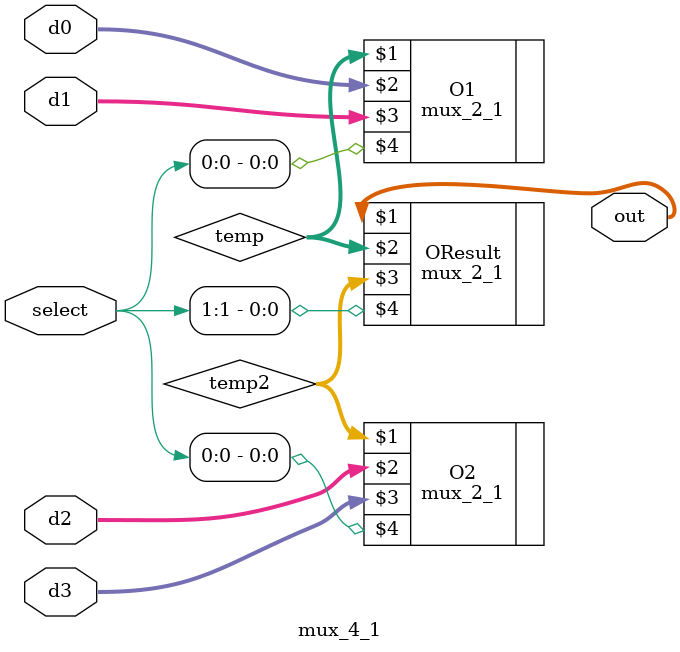
<source format=v>
module mux_4_1(out,d0,d1,d2,d3,select);

input[4:0] d0;
input[4:0] d1;
input[4:0] d2;
input[4:0] d3;
input[1:0] select;

output[4:0] out;
wire[4:0] out;
wire[1:0] select;

wire[4:0] d0;
wire[4:0] d1;
wire[4:0] d2;
wire[4:0] d3;

wire[4:0] temp;
wire[4:0] temp2;


mux_2_1 O1(temp,d0,d1,select[0]);
mux_2_1 O2(temp2,d2,d3,select[0]);
mux_2_1 OResult(out,temp,temp2,select[1]);

endmodule


</source>
